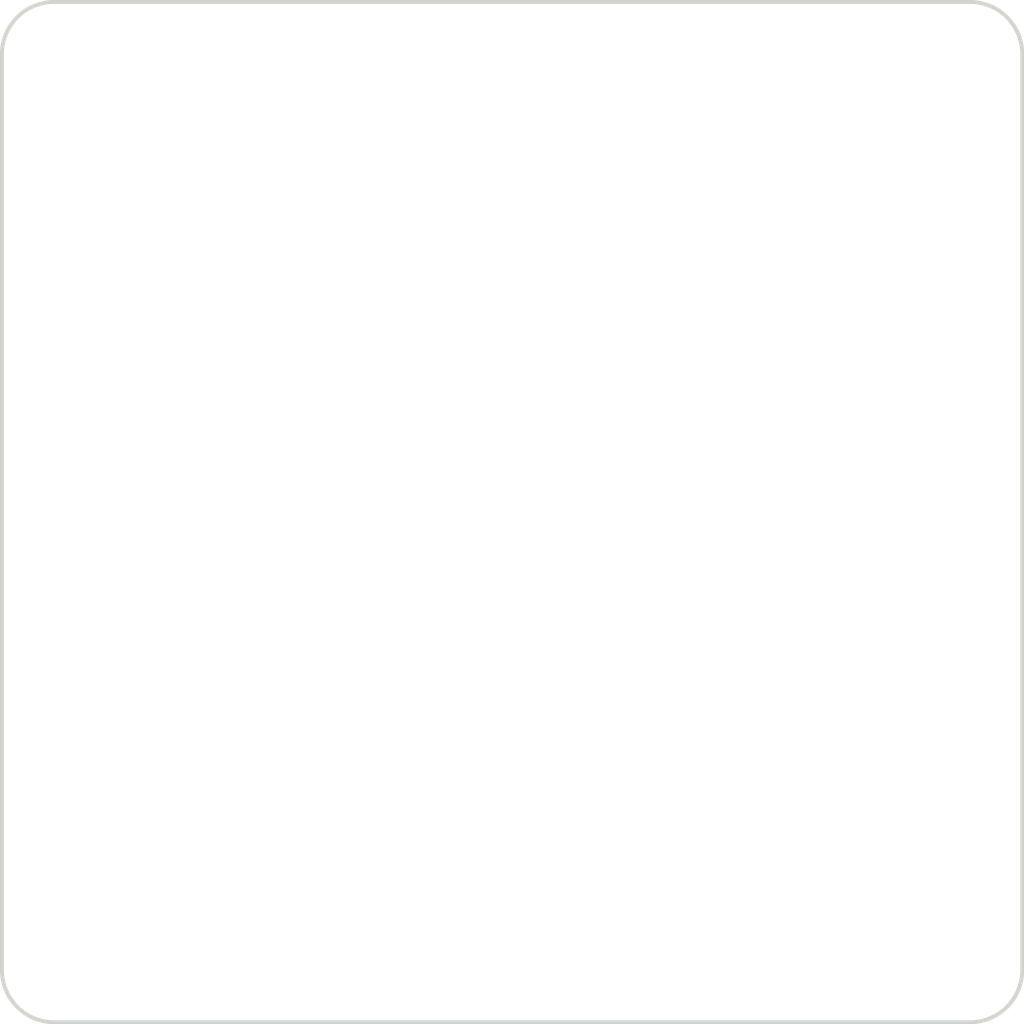
<source format=kicad_pcb>


(kicad_pcb (version 20171130) (host pcbnew 5.1.6)

  (page A3)
  (title_block
    (title "main")
    (rev "1")
    (company "Unknown")
  )

  (general
    (thickness 1.6)
  )

  (layers
    (0 F.Cu signal)
    (31 B.Cu signal)
    (32 B.Adhes user)
    (33 F.Adhes user)
    (34 B.Paste user)
    (35 F.Paste user)
    (36 B.SilkS user)
    (37 F.SilkS user)
    (38 B.Mask user)
    (39 F.Mask user)
    (40 Dwgs.User user)
    (41 Cmts.User user)
    (42 Eco1.User user)
    (43 Eco2.User user)
    (44 Edge.Cuts user)
    (45 Margin user)
    (46 B.CrtYd user)
    (47 F.CrtYd user)
    (48 B.Fab user)
    (49 F.Fab user)
  )

  (setup
    (last_trace_width 0.25)
    (trace_clearance 0.2)
    (zone_clearance 0.508)
    (zone_45_only no)
    (trace_min 0.2)
    (via_size 0.8)
    (via_drill 0.4)
    (via_min_size 0.4)
    (via_min_drill 0.3)
    (uvia_size 0.3)
    (uvia_drill 0.1)
    (uvias_allowed no)
    (uvia_min_size 0.2)
    (uvia_min_drill 0.1)
    (edge_width 0.05)
    (segment_width 0.2)
    (pcb_text_width 0.3)
    (pcb_text_size 1.5 1.5)
    (mod_edge_width 0.12)
    (mod_text_size 1 1)
    (mod_text_width 0.15)
    (pad_size 1.524 1.524)
    (pad_drill 0.762)
    (pad_to_mask_clearance 0.05)
    (aux_axis_origin 0 0)
    (visible_elements FFFFFF7F)
    (pcbplotparams
      (layerselection 0x010fc_ffffffff)
      (usegerberextensions false)
      (usegerberattributes true)
      (usegerberadvancedattributes true)
      (creategerberjobfile true)
      (excludeedgelayer true)
      (linewidth 0.100000)
      (plotframeref false)
      (viasonmask false)
      (mode 1)
      (useauxorigin false)
      (hpglpennumber 1)
      (hpglpenspeed 20)
      (hpglpendiameter 15.000000)
      (psnegative false)
      (psa4output false)
      (plotreference true)
      (plotvalue true)
      (plotinvisibletext false)
      (padsonsilk false)
      (subtractmaskfromsilk false)
      (outputformat 1)
      (mirror false)
      (drillshape 1)
      (scaleselection 1)
      (outputdirectory ""))
  )

  (net 0 "")

  (net_class Default "This is the default net class."
    (clearance 0.2)
    (trace_width 0.25)
    (via_dia 0.8)
    (via_drill 0.4)
    (uvia_dia 0.3)
    (uvia_drill 0.1)
    (add_net "")
  )

  
  (gr_line (start -10 -27.05) (end -10 8) (angle 90) (layer Edge.Cuts) (width 0.15))
(gr_line (start -8 10) (end 27.05 10) (angle 90) (layer Edge.Cuts) (width 0.15))
(gr_line (start 29.05 8) (end 29.05 -27.05) (angle 90) (layer Edge.Cuts) (width 0.15))
(gr_line (start 27.05 -29.05) (end -8 -29.05) (angle 90) (layer Edge.Cuts) (width 0.15))
(gr_arc (start -8 8) (end -10 8) (angle -90) (layer Edge.Cuts) (width 0.15))
(gr_arc (start 27.05 8) (end 27.05 10) (angle -90) (layer Edge.Cuts) (width 0.15))
(gr_arc (start 27.05 -27.05) (end 29.05 -27.05) (angle -90) (layer Edge.Cuts) (width 0.15))
(gr_arc (start -8 -27.05) (end -8 -29.05) (angle -90) (layer Edge.Cuts) (width 0.15))

)


</source>
